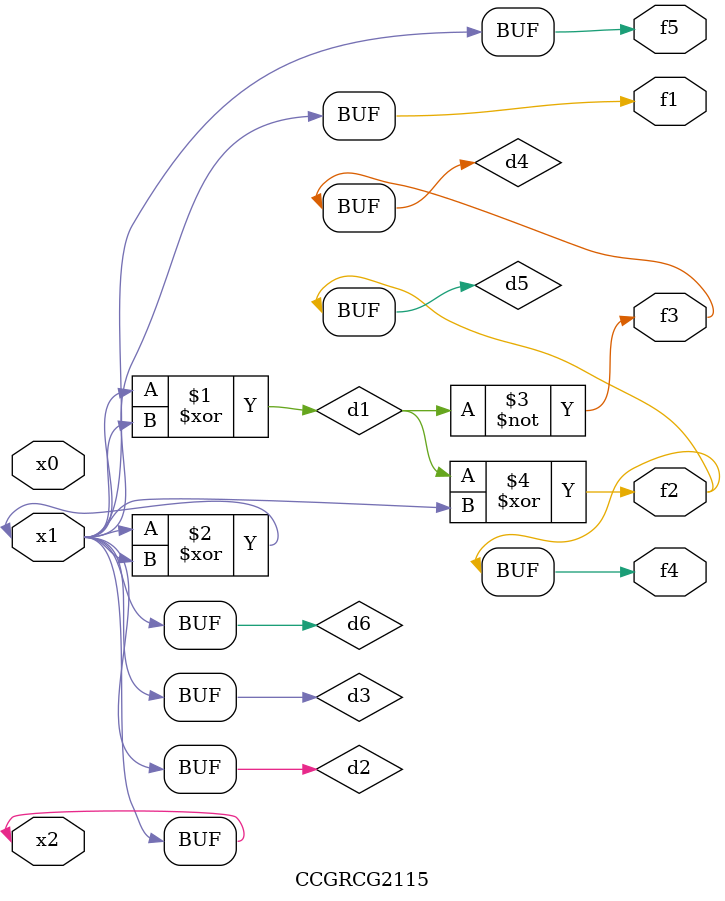
<source format=v>
module CCGRCG2115(
	input x0, x1, x2,
	output f1, f2, f3, f4, f5
);

	wire d1, d2, d3, d4, d5, d6;

	xor (d1, x1, x2);
	buf (d2, x1, x2);
	xor (d3, x1, x2);
	nor (d4, d1);
	xor (d5, d1, d2);
	buf (d6, d2, d3);
	assign f1 = d6;
	assign f2 = d5;
	assign f3 = d4;
	assign f4 = d5;
	assign f5 = d6;
endmodule

</source>
